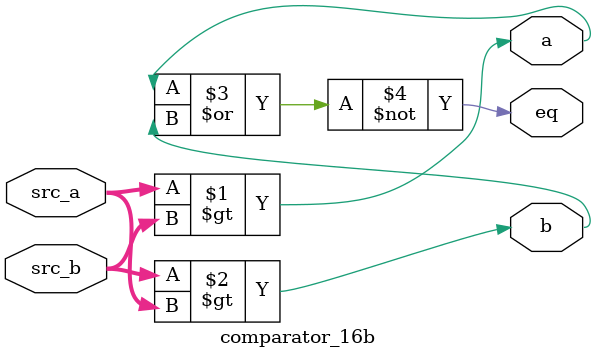
<source format=v>


module comparator_16b(
    input[15:0] src_a, 
    input[15:0] src_b, 
    output a,
    output b,
    output eq
);
    assign a = src_a > src_b;
    assign b = src_b > src_a;
    assign eq = ~(a | b);
endmodule
</source>
